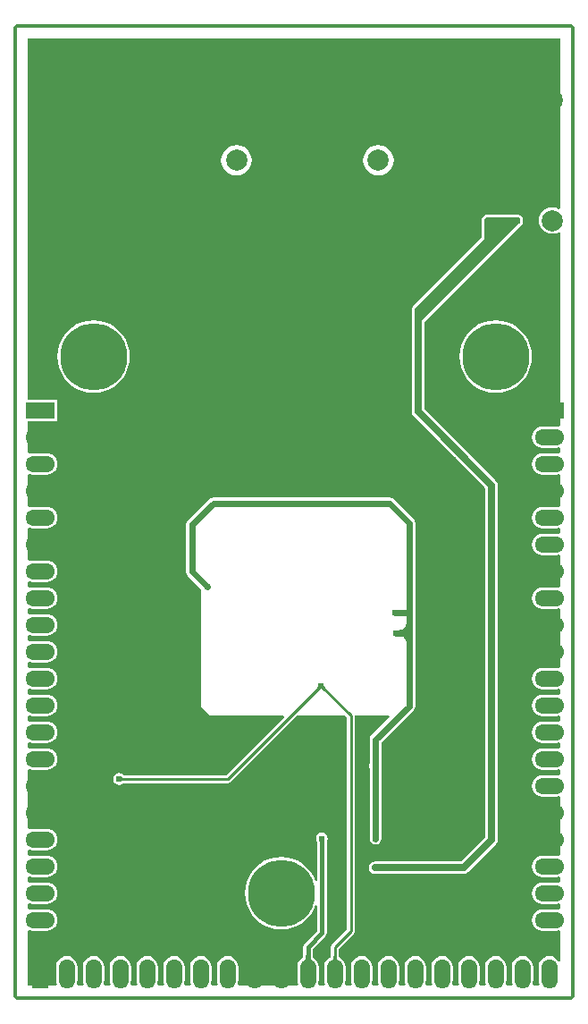
<source format=gbl>
G04*
G04 #@! TF.GenerationSoftware,Altium Limited,Altium Designer,18.1.7 (191)*
G04*
G04 Layer_Physical_Order=2*
G04 Layer_Color=16711680*
%FSLAX25Y25*%
%MOIN*%
G70*
G01*
G75*
%ADD16C,0.01000*%
%ADD21C,0.01200*%
%ADD52C,0.02400*%
%ADD53C,0.01600*%
%ADD55C,0.07874*%
%ADD56C,0.25000*%
%ADD57O,0.11000X0.06000*%
%ADD58R,0.11000X0.06000*%
%ADD59O,0.06000X0.11000*%
%ADD60R,0.06000X0.11000*%
%ADD61C,0.02400*%
%ADD62C,0.02600*%
G36*
X302529Y393774D02*
X302373Y393697D01*
X301929Y393534D01*
X300789Y394007D01*
X299500Y394177D01*
X298211Y394007D01*
X297010Y393509D01*
X295979Y392718D01*
X295187Y391687D01*
X294690Y390486D01*
X294520Y389197D01*
X294690Y387908D01*
X295187Y386707D01*
X295979Y385676D01*
X297010Y384884D01*
X298211Y384387D01*
X299500Y384217D01*
X300789Y384387D01*
X301929Y384859D01*
X302373Y384697D01*
X302529Y384620D01*
Y312729D01*
X301929Y312412D01*
X301000Y312534D01*
X296000D01*
X294956Y312397D01*
X293983Y311994D01*
X293147Y311353D01*
X292506Y310517D01*
X292103Y309544D01*
X291966Y308500D01*
X292103Y307456D01*
X292506Y306483D01*
X293147Y305647D01*
X293983Y305006D01*
X294956Y304603D01*
X296000Y304466D01*
X301000D01*
X301929Y304588D01*
X302529Y304271D01*
Y302729D01*
X301929Y302412D01*
X301000Y302535D01*
X296000D01*
X294956Y302397D01*
X293983Y301994D01*
X293147Y301353D01*
X292506Y300517D01*
X292103Y299544D01*
X291966Y298500D01*
X292103Y297456D01*
X292506Y296483D01*
X293147Y295647D01*
X293983Y295006D01*
X294956Y294603D01*
X296000Y294465D01*
X301000D01*
X301929Y294588D01*
X302529Y294271D01*
Y282729D01*
X301929Y282412D01*
X301000Y282535D01*
X296000D01*
X294956Y282397D01*
X293983Y281994D01*
X293147Y281353D01*
X292506Y280517D01*
X292103Y279544D01*
X291966Y278500D01*
X292103Y277456D01*
X292506Y276483D01*
X293147Y275647D01*
X293983Y275006D01*
X294956Y274603D01*
X296000Y274465D01*
X301000D01*
X301929Y274588D01*
X302529Y274271D01*
Y272729D01*
X301929Y272412D01*
X301000Y272534D01*
X296000D01*
X294956Y272397D01*
X293983Y271994D01*
X293147Y271353D01*
X292506Y270517D01*
X292103Y269544D01*
X291966Y268500D01*
X292103Y267456D01*
X292506Y266483D01*
X293147Y265647D01*
X293983Y265006D01*
X294956Y264603D01*
X296000Y264465D01*
X301000D01*
X301929Y264588D01*
X302529Y264271D01*
Y252729D01*
X301929Y252412D01*
X301000Y252535D01*
X296000D01*
X294956Y252397D01*
X293983Y251994D01*
X293147Y251353D01*
X292506Y250517D01*
X292103Y249544D01*
X291966Y248500D01*
X292103Y247456D01*
X292506Y246483D01*
X293147Y245647D01*
X293983Y245006D01*
X294956Y244603D01*
X296000Y244465D01*
X301000D01*
X301929Y244588D01*
X302529Y244271D01*
Y222729D01*
X301929Y222412D01*
X301000Y222534D01*
X296000D01*
X294956Y222397D01*
X293983Y221994D01*
X293147Y221353D01*
X292506Y220517D01*
X292103Y219544D01*
X291966Y218500D01*
X292103Y217456D01*
X292506Y216483D01*
X293147Y215647D01*
X293983Y215006D01*
X294956Y214603D01*
X296000Y214465D01*
X301000D01*
X301929Y214588D01*
X302529Y214271D01*
Y212729D01*
X301929Y212412D01*
X301000Y212534D01*
X296000D01*
X294956Y212397D01*
X293983Y211994D01*
X293147Y211353D01*
X292506Y210517D01*
X292103Y209544D01*
X291966Y208500D01*
X292103Y207456D01*
X292506Y206483D01*
X293147Y205647D01*
X293983Y205006D01*
X294956Y204603D01*
X296000Y204466D01*
X301000D01*
X301929Y204588D01*
X302529Y204271D01*
Y202729D01*
X301929Y202412D01*
X301000Y202535D01*
X296000D01*
X294956Y202397D01*
X293983Y201994D01*
X293147Y201353D01*
X292506Y200517D01*
X292103Y199544D01*
X291966Y198500D01*
X292103Y197456D01*
X292506Y196483D01*
X293147Y195647D01*
X293983Y195006D01*
X294956Y194603D01*
X296000Y194465D01*
X301000D01*
X301929Y194588D01*
X302529Y194271D01*
Y192729D01*
X301929Y192412D01*
X301000Y192534D01*
X296000D01*
X294956Y192397D01*
X293983Y191994D01*
X293147Y191353D01*
X292506Y190517D01*
X292103Y189544D01*
X291966Y188500D01*
X292103Y187456D01*
X292506Y186483D01*
X293147Y185647D01*
X293983Y185006D01*
X294956Y184603D01*
X296000Y184466D01*
X301000D01*
X301929Y184588D01*
X302529Y184271D01*
Y182729D01*
X301929Y182412D01*
X301000Y182535D01*
X296000D01*
X294956Y182397D01*
X293983Y181994D01*
X293147Y181353D01*
X292506Y180517D01*
X292103Y179544D01*
X291966Y178500D01*
X292103Y177456D01*
X292506Y176483D01*
X293147Y175647D01*
X293983Y175006D01*
X294956Y174603D01*
X296000Y174466D01*
X301000D01*
X301929Y174588D01*
X302529Y174271D01*
Y152729D01*
X301929Y152412D01*
X301000Y152534D01*
X296000D01*
X294956Y152397D01*
X293983Y151994D01*
X293147Y151353D01*
X292506Y150517D01*
X292103Y149544D01*
X291966Y148500D01*
X292103Y147456D01*
X292506Y146483D01*
X293147Y145647D01*
X293983Y145006D01*
X294956Y144603D01*
X296000Y144465D01*
X301000D01*
X301929Y144588D01*
X302529Y144271D01*
Y142729D01*
X301929Y142412D01*
X301000Y142534D01*
X296000D01*
X294956Y142397D01*
X293983Y141994D01*
X293147Y141353D01*
X292506Y140517D01*
X292103Y139544D01*
X291966Y138500D01*
X292103Y137456D01*
X292506Y136483D01*
X293147Y135647D01*
X293983Y135006D01*
X294956Y134603D01*
X296000Y134466D01*
X301000D01*
X301929Y134588D01*
X302529Y134271D01*
Y132729D01*
X301929Y132412D01*
X301000Y132535D01*
X296000D01*
X294956Y132397D01*
X293983Y131994D01*
X293147Y131353D01*
X292506Y130517D01*
X292103Y129544D01*
X291966Y128500D01*
X292103Y127456D01*
X292506Y126483D01*
X293147Y125647D01*
X293983Y125006D01*
X294956Y124603D01*
X296000Y124466D01*
X301000D01*
X301929Y124588D01*
X302529Y124271D01*
Y113266D01*
X302244Y113134D01*
X301929Y113102D01*
X301353Y113853D01*
X300517Y114494D01*
X299544Y114897D01*
X298500Y115034D01*
X297456Y114897D01*
X296483Y114494D01*
X295647Y113853D01*
X295006Y113017D01*
X294603Y112044D01*
X294465Y111000D01*
Y106000D01*
X294603Y104956D01*
X294762Y104571D01*
X294361Y103971D01*
X292638D01*
X292238Y104571D01*
X292397Y104956D01*
X292534Y106000D01*
Y111000D01*
X292397Y112044D01*
X291994Y113017D01*
X291353Y113853D01*
X290517Y114494D01*
X289544Y114897D01*
X288500Y115034D01*
X287456Y114897D01*
X286483Y114494D01*
X285647Y113853D01*
X285006Y113017D01*
X284603Y112044D01*
X284466Y111000D01*
Y106000D01*
X284603Y104956D01*
X284762Y104571D01*
X284362Y103971D01*
X282639D01*
X282238Y104571D01*
X282397Y104956D01*
X282535Y106000D01*
Y111000D01*
X282397Y112044D01*
X281994Y113017D01*
X281353Y113853D01*
X280517Y114494D01*
X279544Y114897D01*
X278500Y115034D01*
X277456Y114897D01*
X276483Y114494D01*
X275647Y113853D01*
X275006Y113017D01*
X274603Y112044D01*
X274465Y111000D01*
Y106000D01*
X274603Y104956D01*
X274762Y104571D01*
X274361Y103971D01*
X272639D01*
X272238Y104571D01*
X272397Y104956D01*
X272534Y106000D01*
Y111000D01*
X272397Y112044D01*
X271994Y113017D01*
X271353Y113853D01*
X270517Y114494D01*
X269544Y114897D01*
X268500Y115034D01*
X267456Y114897D01*
X266483Y114494D01*
X265647Y113853D01*
X265006Y113017D01*
X264603Y112044D01*
X264465Y111000D01*
Y106000D01*
X264603Y104956D01*
X264762Y104571D01*
X264362Y103971D01*
X262638D01*
X262238Y104571D01*
X262397Y104956D01*
X262534Y106000D01*
Y111000D01*
X262397Y112044D01*
X261994Y113017D01*
X261353Y113853D01*
X260517Y114494D01*
X259544Y114897D01*
X258500Y115034D01*
X257456Y114897D01*
X256483Y114494D01*
X255647Y113853D01*
X255006Y113017D01*
X254603Y112044D01*
X254466Y111000D01*
Y106000D01*
X254603Y104956D01*
X254762Y104571D01*
X254362Y103971D01*
X252639D01*
X252238Y104571D01*
X252397Y104956D01*
X252535Y106000D01*
Y111000D01*
X252397Y112044D01*
X251994Y113017D01*
X251353Y113853D01*
X250517Y114494D01*
X249544Y114897D01*
X248500Y115034D01*
X247456Y114897D01*
X246483Y114494D01*
X245647Y113853D01*
X245006Y113017D01*
X244603Y112044D01*
X244465Y111000D01*
Y106000D01*
X244603Y104956D01*
X244762Y104571D01*
X244361Y103971D01*
X242638D01*
X242238Y104571D01*
X242397Y104956D01*
X242534Y106000D01*
Y111000D01*
X242397Y112044D01*
X241994Y113017D01*
X241353Y113853D01*
X240517Y114494D01*
X239544Y114897D01*
X238500Y115034D01*
X237456Y114897D01*
X236483Y114494D01*
X235647Y113853D01*
X235006Y113017D01*
X234603Y112044D01*
X234466Y111000D01*
Y106000D01*
X234603Y104956D01*
X234762Y104571D01*
X234362Y103971D01*
X232639D01*
X232238Y104571D01*
X232397Y104956D01*
X232535Y106000D01*
Y111000D01*
X232397Y112044D01*
X231994Y113017D01*
X231353Y113853D01*
X230517Y114494D01*
X229544Y114897D01*
X228500Y115034D01*
X227456Y114897D01*
X226483Y114494D01*
X225647Y113853D01*
X225006Y113017D01*
X224603Y112044D01*
X224465Y111000D01*
Y106000D01*
X224603Y104956D01*
X224762Y104571D01*
X224361Y103971D01*
X222639D01*
X222238Y104571D01*
X222397Y104956D01*
X222534Y106000D01*
Y111000D01*
X222397Y112044D01*
X221994Y113017D01*
X221353Y113853D01*
X220517Y114494D01*
X220031Y114696D01*
X220029Y114711D01*
Y117867D01*
X225581Y123419D01*
X225913Y123915D01*
X226029Y124500D01*
Y204700D01*
X238679D01*
X238928Y204100D01*
X232071Y197244D01*
X231585Y196516D01*
X231414Y195658D01*
Y186718D01*
X231392Y186685D01*
X231222Y185827D01*
X231392Y184968D01*
X231414Y184935D01*
Y158843D01*
X231585Y157984D01*
X232071Y157256D01*
X232799Y156770D01*
X233658Y156599D01*
X234516Y156770D01*
X235244Y157256D01*
X235730Y157984D01*
X235901Y158843D01*
Y194728D01*
X247786Y206614D01*
X248272Y207342D01*
X248443Y208200D01*
Y235500D01*
Y243000D01*
Y260824D01*
X248529Y260953D01*
X248700Y261811D01*
X248529Y262669D01*
X248443Y262798D01*
Y276500D01*
X248272Y277358D01*
X247786Y278086D01*
X240486Y285386D01*
X239758Y285872D01*
X238900Y286043D01*
X173100D01*
X172242Y285872D01*
X171514Y285386D01*
X163614Y277486D01*
X163128Y276758D01*
X162957Y275900D01*
Y258300D01*
X163128Y257442D01*
X163614Y256714D01*
X168700Y251628D01*
X168700Y207800D01*
X171800Y204700D01*
X199253Y204700D01*
X199483Y204146D01*
X177866Y182529D01*
X139677D01*
X139656Y182533D01*
X139626Y182539D01*
X139615Y182543D01*
X139586Y182586D01*
X138858Y183072D01*
X138000Y183243D01*
X137142Y183072D01*
X136414Y182586D01*
X135928Y181858D01*
X135757Y181000D01*
X135928Y180142D01*
X136414Y179414D01*
X137142Y178928D01*
X138000Y178757D01*
X138858Y178928D01*
X139586Y179414D01*
X139615Y179457D01*
X139626Y179461D01*
X139656Y179467D01*
X139677Y179471D01*
X178500D01*
X179085Y179587D01*
X179581Y179919D01*
X204363Y204700D01*
X222385Y204700D01*
X222971Y204115D01*
Y125134D01*
X217419Y119581D01*
X217087Y119085D01*
X216971Y118500D01*
Y114711D01*
X216969Y114696D01*
X216483Y114494D01*
X215647Y113853D01*
X215006Y113017D01*
X214603Y112044D01*
X214465Y111000D01*
Y106000D01*
X214603Y104956D01*
X214762Y104571D01*
X214362Y103971D01*
X212638D01*
X212238Y104571D01*
X212397Y104956D01*
X212534Y106000D01*
Y111000D01*
X212397Y112044D01*
X211994Y113017D01*
X211353Y113853D01*
X210517Y114494D01*
X210402Y114542D01*
X210380Y114642D01*
X210335Y115083D01*
Y117740D01*
X214955Y122360D01*
X215353Y122955D01*
X215493Y123658D01*
Y157629D01*
X215730Y157984D01*
X215901Y158843D01*
X215730Y159701D01*
X215244Y160429D01*
X214516Y160915D01*
X213657Y161086D01*
X212799Y160915D01*
X212071Y160429D01*
X211585Y159701D01*
X211414Y158843D01*
X211585Y157984D01*
X211815Y157641D01*
X211822Y157498D01*
Y143182D01*
X211222Y143063D01*
X210566Y144648D01*
X209455Y146460D01*
X208075Y148075D01*
X206460Y149455D01*
X204648Y150566D01*
X202685Y151379D01*
X200618Y151875D01*
X198500Y152042D01*
X196382Y151875D01*
X194315Y151379D01*
X192352Y150566D01*
X190540Y149455D01*
X188925Y148075D01*
X187545Y146460D01*
X186434Y144648D01*
X185621Y142685D01*
X185125Y140618D01*
X184958Y138500D01*
X185125Y136382D01*
X185621Y134315D01*
X186434Y132352D01*
X187545Y130540D01*
X188925Y128925D01*
X190540Y127544D01*
X192352Y126434D01*
X194315Y125621D01*
X196382Y125125D01*
X198500Y124958D01*
X200618Y125125D01*
X202685Y125621D01*
X204648Y126434D01*
X206460Y127544D01*
X208075Y128925D01*
X209455Y130540D01*
X210566Y132352D01*
X211222Y133937D01*
X211822Y133818D01*
Y124418D01*
X207202Y119798D01*
X206804Y119202D01*
X206665Y118500D01*
Y115036D01*
X206653Y114880D01*
X206624Y114659D01*
X206598Y114542D01*
X206483Y114494D01*
X205647Y113853D01*
X205006Y113017D01*
X204603Y112044D01*
X204466Y111000D01*
Y106000D01*
X204603Y104956D01*
X204762Y104571D01*
X204361Y103971D01*
X182639D01*
X182238Y104571D01*
X182397Y104956D01*
X182535Y106000D01*
Y111000D01*
X182397Y112044D01*
X181994Y113017D01*
X181353Y113853D01*
X180517Y114494D01*
X179544Y114897D01*
X178500Y115034D01*
X177456Y114897D01*
X176483Y114494D01*
X175647Y113853D01*
X175006Y113017D01*
X174603Y112044D01*
X174466Y111000D01*
Y106000D01*
X174603Y104956D01*
X174762Y104571D01*
X174361Y103971D01*
X172639D01*
X172238Y104571D01*
X172397Y104956D01*
X172535Y106000D01*
Y111000D01*
X172397Y112044D01*
X171994Y113017D01*
X171353Y113853D01*
X170517Y114494D01*
X169544Y114897D01*
X168500Y115034D01*
X167456Y114897D01*
X166483Y114494D01*
X165647Y113853D01*
X165006Y113017D01*
X164603Y112044D01*
X164465Y111000D01*
Y106000D01*
X164603Y104956D01*
X164762Y104571D01*
X164361Y103971D01*
X162639D01*
X162238Y104571D01*
X162397Y104956D01*
X162534Y106000D01*
Y111000D01*
X162397Y112044D01*
X161994Y113017D01*
X161353Y113853D01*
X160517Y114494D01*
X159544Y114897D01*
X158500Y115034D01*
X157456Y114897D01*
X156483Y114494D01*
X155647Y113853D01*
X155006Y113017D01*
X154603Y112044D01*
X154465Y111000D01*
Y106000D01*
X154603Y104956D01*
X154762Y104571D01*
X154361Y103971D01*
X152639D01*
X152238Y104571D01*
X152397Y104956D01*
X152534Y106000D01*
Y111000D01*
X152397Y112044D01*
X151994Y113017D01*
X151353Y113853D01*
X150517Y114494D01*
X149544Y114897D01*
X148500Y115034D01*
X147456Y114897D01*
X146483Y114494D01*
X145647Y113853D01*
X145006Y113017D01*
X144603Y112044D01*
X144465Y111000D01*
Y106000D01*
X144603Y104956D01*
X144762Y104571D01*
X144361Y103971D01*
X142639D01*
X142238Y104571D01*
X142397Y104956D01*
X142534Y106000D01*
Y111000D01*
X142397Y112044D01*
X141994Y113017D01*
X141353Y113853D01*
X140517Y114494D01*
X139544Y114897D01*
X138500Y115034D01*
X137456Y114897D01*
X136483Y114494D01*
X135647Y113853D01*
X135006Y113017D01*
X134603Y112044D01*
X134466Y111000D01*
Y106000D01*
X134603Y104956D01*
X134762Y104571D01*
X134361Y103971D01*
X132639D01*
X132238Y104571D01*
X132397Y104956D01*
X132535Y106000D01*
Y111000D01*
X132397Y112044D01*
X131994Y113017D01*
X131353Y113853D01*
X130517Y114494D01*
X129544Y114897D01*
X128500Y115034D01*
X127456Y114897D01*
X126483Y114494D01*
X125647Y113853D01*
X125006Y113017D01*
X124603Y112044D01*
X124466Y111000D01*
Y106000D01*
X124603Y104956D01*
X124762Y104571D01*
X124361Y103971D01*
X122639D01*
X122238Y104571D01*
X122397Y104956D01*
X122535Y106000D01*
Y111000D01*
X122397Y112044D01*
X121994Y113017D01*
X121353Y113853D01*
X120517Y114494D01*
X119544Y114897D01*
X118500Y115034D01*
X117456Y114897D01*
X116483Y114494D01*
X115647Y113853D01*
X115006Y113017D01*
X114603Y112044D01*
X114465Y111000D01*
Y106000D01*
X114603Y104956D01*
X114762Y104571D01*
X114361Y103971D01*
X103971D01*
Y124361D01*
X104571Y124762D01*
X104956Y124603D01*
X106000Y124466D01*
X111000D01*
X112044Y124603D01*
X113017Y125006D01*
X113853Y125647D01*
X114494Y126483D01*
X114897Y127456D01*
X115034Y128500D01*
X114897Y129544D01*
X114494Y130517D01*
X113853Y131353D01*
X113017Y131994D01*
X112044Y132397D01*
X111000Y132535D01*
X106000D01*
X104956Y132397D01*
X104571Y132238D01*
X103971Y132639D01*
Y134361D01*
X104571Y134762D01*
X104956Y134603D01*
X106000Y134466D01*
X111000D01*
X112044Y134603D01*
X113017Y135006D01*
X113853Y135647D01*
X114494Y136483D01*
X114897Y137456D01*
X115034Y138500D01*
X114897Y139544D01*
X114494Y140517D01*
X113853Y141353D01*
X113017Y141994D01*
X112044Y142397D01*
X111000Y142534D01*
X106000D01*
X104956Y142397D01*
X104571Y142238D01*
X103971Y142639D01*
Y144361D01*
X104571Y144762D01*
X104956Y144603D01*
X106000Y144465D01*
X111000D01*
X112044Y144603D01*
X113017Y145006D01*
X113853Y145647D01*
X114494Y146483D01*
X114897Y147456D01*
X115034Y148500D01*
X114897Y149544D01*
X114494Y150517D01*
X113853Y151353D01*
X113017Y151994D01*
X112044Y152397D01*
X111000Y152534D01*
X106000D01*
X104956Y152397D01*
X104571Y152238D01*
X103971Y152639D01*
Y154361D01*
X104571Y154762D01*
X104956Y154603D01*
X106000Y154465D01*
X111000D01*
X112044Y154603D01*
X113017Y155006D01*
X113853Y155647D01*
X114494Y156483D01*
X114897Y157456D01*
X115034Y158500D01*
X114897Y159544D01*
X114494Y160517D01*
X113853Y161353D01*
X113017Y161994D01*
X112044Y162397D01*
X111000Y162534D01*
X106000D01*
X104956Y162397D01*
X104571Y162238D01*
X103971Y162639D01*
Y184361D01*
X104571Y184762D01*
X104956Y184603D01*
X106000Y184466D01*
X111000D01*
X112044Y184603D01*
X113017Y185006D01*
X113853Y185647D01*
X114494Y186483D01*
X114897Y187456D01*
X115034Y188500D01*
X114897Y189544D01*
X114494Y190517D01*
X113853Y191353D01*
X113017Y191994D01*
X112044Y192397D01*
X111000Y192534D01*
X106000D01*
X104956Y192397D01*
X104571Y192238D01*
X103971Y192639D01*
Y194361D01*
X104571Y194762D01*
X104956Y194603D01*
X106000Y194465D01*
X111000D01*
X112044Y194603D01*
X113017Y195006D01*
X113853Y195647D01*
X114494Y196483D01*
X114897Y197456D01*
X115034Y198500D01*
X114897Y199544D01*
X114494Y200517D01*
X113853Y201353D01*
X113017Y201994D01*
X112044Y202397D01*
X111000Y202535D01*
X106000D01*
X104956Y202397D01*
X104571Y202238D01*
X103971Y202639D01*
Y204361D01*
X104571Y204762D01*
X104956Y204603D01*
X106000Y204466D01*
X111000D01*
X112044Y204603D01*
X113017Y205006D01*
X113853Y205647D01*
X114494Y206483D01*
X114897Y207456D01*
X115034Y208500D01*
X114897Y209544D01*
X114494Y210517D01*
X113853Y211353D01*
X113017Y211994D01*
X112044Y212397D01*
X111000Y212534D01*
X106000D01*
X104956Y212397D01*
X104571Y212238D01*
X103971Y212638D01*
Y214362D01*
X104571Y214762D01*
X104956Y214603D01*
X106000Y214465D01*
X111000D01*
X112044Y214603D01*
X113017Y215006D01*
X113853Y215647D01*
X114494Y216483D01*
X114897Y217456D01*
X115034Y218500D01*
X114897Y219544D01*
X114494Y220517D01*
X113853Y221353D01*
X113017Y221994D01*
X112044Y222397D01*
X111000Y222534D01*
X106000D01*
X104956Y222397D01*
X104571Y222238D01*
X103971Y222639D01*
Y224361D01*
X104571Y224762D01*
X104956Y224603D01*
X106000Y224465D01*
X111000D01*
X112044Y224603D01*
X113017Y225006D01*
X113853Y225647D01*
X114494Y226483D01*
X114897Y227456D01*
X115034Y228500D01*
X114897Y229544D01*
X114494Y230517D01*
X113853Y231353D01*
X113017Y231994D01*
X112044Y232397D01*
X111000Y232535D01*
X106000D01*
X104956Y232397D01*
X104571Y232238D01*
X103971Y232639D01*
Y234362D01*
X104571Y234762D01*
X104956Y234603D01*
X106000Y234466D01*
X111000D01*
X112044Y234603D01*
X113017Y235006D01*
X113853Y235647D01*
X114494Y236483D01*
X114897Y237456D01*
X115034Y238500D01*
X114897Y239544D01*
X114494Y240517D01*
X113853Y241353D01*
X113017Y241994D01*
X112044Y242397D01*
X111000Y242534D01*
X106000D01*
X104956Y242397D01*
X104571Y242238D01*
X103971Y242638D01*
Y244361D01*
X104571Y244762D01*
X104956Y244603D01*
X106000Y244465D01*
X111000D01*
X112044Y244603D01*
X113017Y245006D01*
X113853Y245647D01*
X114494Y246483D01*
X114897Y247456D01*
X115034Y248500D01*
X114897Y249544D01*
X114494Y250517D01*
X113853Y251353D01*
X113017Y251994D01*
X112044Y252397D01*
X111000Y252535D01*
X106000D01*
X104956Y252397D01*
X104571Y252238D01*
X103971Y252639D01*
Y254362D01*
X104571Y254762D01*
X104956Y254603D01*
X106000Y254466D01*
X111000D01*
X112044Y254603D01*
X113017Y255006D01*
X113853Y255647D01*
X114494Y256483D01*
X114897Y257456D01*
X115034Y258500D01*
X114897Y259544D01*
X114494Y260517D01*
X113853Y261353D01*
X113017Y261994D01*
X112044Y262397D01*
X111000Y262534D01*
X106000D01*
X104956Y262397D01*
X104571Y262238D01*
X103971Y262638D01*
Y274361D01*
X104571Y274762D01*
X104956Y274603D01*
X106000Y274465D01*
X111000D01*
X112044Y274603D01*
X113017Y275006D01*
X113853Y275647D01*
X114494Y276483D01*
X114897Y277456D01*
X115034Y278500D01*
X114897Y279544D01*
X114494Y280517D01*
X113853Y281353D01*
X113017Y281994D01*
X112044Y282397D01*
X111000Y282535D01*
X106000D01*
X104956Y282397D01*
X104571Y282238D01*
X103971Y282639D01*
Y294361D01*
X104571Y294762D01*
X104956Y294603D01*
X106000Y294465D01*
X111000D01*
X112044Y294603D01*
X113017Y295006D01*
X113853Y295647D01*
X114494Y296483D01*
X114897Y297456D01*
X115034Y298500D01*
X114897Y299544D01*
X114494Y300517D01*
X113853Y301353D01*
X113017Y301994D01*
X112044Y302397D01*
X111000Y302535D01*
X106000D01*
X104956Y302397D01*
X104571Y302238D01*
X103971Y302639D01*
Y314500D01*
X115000D01*
Y322500D01*
X103971D01*
Y457029D01*
X302529D01*
Y393774D01*
D02*
G37*
G36*
X247400Y235500D02*
X245000Y231900D01*
X244976Y232356D01*
X244904Y232764D01*
X244784Y233124D01*
X244616Y233436D01*
X244400Y233700D01*
X244136Y233916D01*
X243824Y234084D01*
X243464Y234204D01*
X243056Y234276D01*
X242600Y234300D01*
Y236700D01*
X243056Y236724D01*
X243464Y236796D01*
X243824Y236916D01*
X244136Y237084D01*
X244400Y237300D01*
X244616Y237564D01*
X244784Y237876D01*
X244904Y238236D01*
X244976Y238644D01*
X245000Y239100D01*
X247400Y235500D01*
D02*
G37*
G36*
X214577Y215767D02*
X214590Y215673D01*
X214611Y215580D01*
X214641Y215487D01*
X214680Y215395D01*
X214728Y215304D01*
X214785Y215214D01*
X214850Y215124D01*
X214925Y215035D01*
X215008Y214947D01*
X214301Y214240D01*
X214213Y214323D01*
X214124Y214398D01*
X214034Y214463D01*
X213944Y214520D01*
X213853Y214568D01*
X213761Y214607D01*
X213668Y214637D01*
X213575Y214658D01*
X213481Y214671D01*
X213386Y214674D01*
X214574Y215862D01*
X214577Y215767D01*
D02*
G37*
G36*
X213362Y214674D02*
X213267Y214671D01*
X213173Y214658D01*
X213080Y214637D01*
X212987Y214607D01*
X212895Y214568D01*
X212804Y214520D01*
X212714Y214463D01*
X212624Y214398D01*
X212535Y214323D01*
X212447Y214240D01*
X211740Y214947D01*
X211823Y215035D01*
X211898Y215124D01*
X211963Y215214D01*
X212020Y215304D01*
X212068Y215395D01*
X212107Y215487D01*
X212137Y215580D01*
X212158Y215673D01*
X212171Y215767D01*
X212174Y215862D01*
X213362Y214674D01*
D02*
G37*
G36*
X138926Y181775D02*
X139002Y181718D01*
X139083Y181667D01*
X139170Y181622D01*
X139262Y181585D01*
X139360Y181554D01*
X139464Y181531D01*
X139574Y181514D01*
X139690Y181503D01*
X139811Y181500D01*
Y180500D01*
X139690Y180497D01*
X139574Y180486D01*
X139464Y180469D01*
X139360Y180446D01*
X139262Y180415D01*
X139170Y180378D01*
X139083Y180333D01*
X139002Y180282D01*
X138926Y180225D01*
X138857Y180160D01*
Y181840D01*
X138926Y181775D01*
D02*
G37*
G36*
X214490Y157971D02*
X214483Y157943D01*
X214477Y157901D01*
X214468Y157777D01*
X214458Y157365D01*
X214458Y157228D01*
X212858D01*
X212818Y157985D01*
X214497D01*
X214490Y157971D01*
D02*
G37*
G36*
X219005Y114735D02*
X219020Y114541D01*
X219045Y114369D01*
X219079Y114220D01*
X219124Y114094D01*
X219179Y113991D01*
X219243Y113911D01*
X219318Y113853D01*
X219402Y113819D01*
X219496Y113808D01*
X217503D01*
X217598Y113819D01*
X217682Y113853D01*
X217757Y113911D01*
X217821Y113991D01*
X217876Y114094D01*
X217921Y114220D01*
X217955Y114369D01*
X217980Y114541D01*
X217995Y114735D01*
X218000Y114953D01*
X219000D01*
X219005Y114735D01*
D02*
G37*
G36*
X209308Y115108D02*
X209371Y114481D01*
X209427Y114227D01*
X209499Y114012D01*
X209586Y113836D01*
X209689Y113698D01*
X209808Y113601D01*
X209943Y113542D01*
X210094Y113522D01*
X206906D01*
X207057Y113542D01*
X207192Y113601D01*
X207311Y113698D01*
X207414Y113836D01*
X207501Y114012D01*
X207573Y114227D01*
X207628Y114481D01*
X207668Y114775D01*
X207692Y115108D01*
X207700Y115480D01*
X209300D01*
X209308Y115108D01*
D02*
G37*
%LPC*%
G36*
X234697Y417313D02*
X233218Y417118D01*
X231840Y416547D01*
X230656Y415639D01*
X229748Y414456D01*
X229177Y413077D01*
X228983Y411598D01*
X229177Y410119D01*
X229748Y408741D01*
X230656Y407558D01*
X231840Y406650D01*
X233218Y406079D01*
X234697Y405884D01*
X236176Y406079D01*
X237554Y406650D01*
X238737Y407558D01*
X239646Y408741D01*
X240216Y410119D01*
X240411Y411598D01*
X240216Y413077D01*
X239646Y414456D01*
X238737Y415639D01*
X237554Y416547D01*
X236176Y417118D01*
X234697Y417313D01*
D02*
G37*
G36*
X181783D02*
X180305Y417118D01*
X178926Y416547D01*
X177743Y415639D01*
X176835Y414456D01*
X176264Y413077D01*
X176069Y411598D01*
X176264Y410119D01*
X176835Y408741D01*
X177743Y407558D01*
X178926Y406650D01*
X180305Y406079D01*
X181783Y405884D01*
X183262Y406079D01*
X184641Y406650D01*
X185824Y407558D01*
X186732Y408741D01*
X187303Y410119D01*
X187498Y411598D01*
X187303Y413077D01*
X186732Y414456D01*
X185824Y415639D01*
X184641Y416547D01*
X183262Y417118D01*
X181783Y417313D01*
D02*
G37*
G36*
X279167Y391542D02*
X278552Y391420D01*
X275602D01*
X275500Y391440D01*
X275398Y391420D01*
X275261D01*
X274871Y391342D01*
X274745Y391290D01*
X274642Y391269D01*
X274554Y391211D01*
X274430Y391159D01*
X274099Y390938D01*
X274005Y390844D01*
X273914Y390783D01*
X273853Y390692D01*
X273762Y390601D01*
X273541Y390270D01*
X273491Y390150D01*
X273428Y390055D01*
X273405Y389943D01*
X273358Y389829D01*
X273280Y389439D01*
Y389315D01*
X273257Y389197D01*
X273280Y389079D01*
Y382922D01*
X247479Y357121D01*
X247258Y356790D01*
X247180Y356400D01*
Y352628D01*
X247155Y352500D01*
Y318000D01*
X247333Y317103D01*
X247842Y316342D01*
X274655Y289529D01*
Y159471D01*
X265529Y150345D01*
X233500D01*
X232603Y150167D01*
X231842Y149658D01*
X231333Y148897D01*
X231155Y148000D01*
X231333Y147103D01*
X231842Y146342D01*
X232603Y145833D01*
X233500Y145655D01*
X266500D01*
X267397Y145833D01*
X268158Y146342D01*
X278658Y156842D01*
X279167Y157603D01*
X279345Y158500D01*
Y261886D01*
X279408Y262205D01*
X279345Y262523D01*
Y290500D01*
X279167Y291397D01*
X278658Y292158D01*
X251845Y318971D01*
Y351303D01*
X288121Y387579D01*
X288121Y387579D01*
X288121Y387579D01*
X288192Y387650D01*
X288248Y387734D01*
X288319Y387805D01*
X288431Y387973D01*
X288470Y388065D01*
X288525Y388149D01*
X288603Y388335D01*
X288622Y388434D01*
X288661Y388527D01*
X288700Y388724D01*
X288700Y388825D01*
X288720Y388923D01*
Y389079D01*
X288743Y389197D01*
X288720Y389315D01*
Y389519D01*
X288642Y389909D01*
X288474Y390313D01*
X288253Y390644D01*
X287944Y390953D01*
X287613Y391175D01*
X287613Y391175D01*
X287209Y391342D01*
X286819Y391420D01*
X286602D01*
X286500Y391440D01*
X286398Y391420D01*
X282936D01*
X282833Y391440D01*
X282731Y391420D01*
X279782D01*
X279167Y391542D01*
D02*
G37*
G36*
X278500Y352042D02*
X276382Y351875D01*
X274315Y351379D01*
X272352Y350566D01*
X270540Y349455D01*
X268924Y348076D01*
X267545Y346460D01*
X266434Y344648D01*
X265621Y342685D01*
X265125Y340618D01*
X264958Y338500D01*
X265125Y336382D01*
X265621Y334315D01*
X266434Y332352D01*
X267545Y330540D01*
X268924Y328924D01*
X270540Y327544D01*
X272352Y326434D01*
X274315Y325621D01*
X276382Y325125D01*
X278500Y324958D01*
X280618Y325125D01*
X282685Y325621D01*
X284648Y326434D01*
X286460Y327544D01*
X288075Y328924D01*
X289456Y330540D01*
X290566Y332352D01*
X291379Y334315D01*
X291875Y336382D01*
X292042Y338500D01*
X291875Y340618D01*
X291379Y342685D01*
X290566Y344648D01*
X289456Y346460D01*
X288075Y348076D01*
X286460Y349455D01*
X284648Y350566D01*
X282685Y351379D01*
X280618Y351875D01*
X278500Y352042D01*
D02*
G37*
G36*
X128500D02*
X126382Y351875D01*
X124315Y351379D01*
X122352Y350566D01*
X120540Y349455D01*
X118924Y348076D01*
X117544Y346460D01*
X116434Y344648D01*
X115621Y342685D01*
X115125Y340618D01*
X114958Y338500D01*
X115125Y336382D01*
X115621Y334315D01*
X116434Y332352D01*
X117544Y330540D01*
X118924Y328924D01*
X120540Y327544D01*
X122352Y326434D01*
X124315Y325621D01*
X126382Y325125D01*
X128500Y324958D01*
X130618Y325125D01*
X132685Y325621D01*
X134648Y326434D01*
X136460Y327544D01*
X138075Y328924D01*
X139455Y330540D01*
X140566Y332352D01*
X141379Y334315D01*
X141875Y336382D01*
X142042Y338500D01*
X141875Y340618D01*
X141379Y342685D01*
X140566Y344648D01*
X139455Y346460D01*
X138075Y348076D01*
X136460Y349455D01*
X134648Y350566D01*
X132685Y351379D01*
X130618Y351875D01*
X128500Y352042D01*
D02*
G37*
%LPD*%
G36*
X287223Y390232D02*
X287532Y389923D01*
X287700Y389519D01*
Y389300D01*
Y389024D01*
Y388923D01*
X287661Y388725D01*
X287583Y388539D01*
X287471Y388371D01*
X287400Y388300D01*
X250300Y351200D01*
X248200D01*
Y356400D01*
X274300Y382500D01*
Y389200D01*
Y389439D01*
X274483Y389880D01*
X274820Y390217D01*
X275261Y390400D01*
X286819D01*
X287223Y390232D01*
D02*
G37*
D16*
X213374Y215874D02*
X224500Y204748D01*
X138000Y181000D02*
X178500D01*
X213374Y215874D01*
X218500Y108500D02*
Y118500D01*
X224500Y124500D01*
Y204748D01*
D21*
X100000Y461600D02*
G03*
X99400Y461000I0J-600D01*
G01*
X100000Y461600D02*
G03*
X99400Y461000I0J-600D01*
G01*
X307100D02*
G03*
X306500Y461600I-600J0D01*
G01*
X307100Y461000D02*
G03*
X306500Y461600I-600J0D01*
G01*
Y99400D02*
G03*
X307100Y100000I0J600D01*
G01*
X306500Y99400D02*
G03*
X307100Y100000I0J600D01*
G01*
X99400D02*
G03*
X100000Y99400I600J0D01*
G01*
X99400Y100000D02*
G03*
X100000Y99400I600J0D01*
G01*
X307100Y100000D02*
Y461000D01*
X100000Y461600D02*
X306500D01*
X100000Y99400D02*
X306500D01*
X99400Y100000D02*
Y461000D01*
D52*
X246200Y243000D02*
Y276500D01*
X233658Y158843D02*
Y195658D01*
X246200Y235500D02*
Y243000D01*
X246125Y243075D02*
X246200Y243000D01*
X240925Y243075D02*
X246125D01*
X246200Y208200D02*
Y235500D01*
X241100D02*
X246200D01*
X238900Y283800D02*
X246200Y276500D01*
X233658Y195658D02*
X246200Y208200D01*
X173100Y283800D02*
X238900D01*
X165200Y275900D02*
X173100Y283800D01*
X165200Y258300D02*
Y275900D01*
Y258300D02*
X170756Y252744D01*
D53*
X213657Y123658D02*
Y158843D01*
X208500Y118500D02*
X213657Y123658D01*
X208500Y108500D02*
Y118500D01*
D55*
X181783Y411598D02*
D03*
X234697D02*
D03*
X299500Y389197D02*
D03*
Y434000D02*
D03*
D56*
X278500Y338500D02*
D03*
X128500D02*
D03*
X198500Y138500D02*
D03*
D57*
X298500Y128500D02*
D03*
Y138500D02*
D03*
Y148500D02*
D03*
Y158500D02*
D03*
Y168500D02*
D03*
Y178500D02*
D03*
Y188500D02*
D03*
Y198500D02*
D03*
Y208500D02*
D03*
Y218500D02*
D03*
Y228500D02*
D03*
Y238500D02*
D03*
Y248500D02*
D03*
Y258500D02*
D03*
Y268500D02*
D03*
Y278500D02*
D03*
Y288500D02*
D03*
Y298500D02*
D03*
Y308500D02*
D03*
X108500Y128500D02*
D03*
Y138500D02*
D03*
Y148500D02*
D03*
Y158500D02*
D03*
Y168500D02*
D03*
Y178500D02*
D03*
Y188500D02*
D03*
Y198500D02*
D03*
Y208500D02*
D03*
Y218500D02*
D03*
Y228500D02*
D03*
Y238500D02*
D03*
Y248500D02*
D03*
Y258500D02*
D03*
Y268500D02*
D03*
Y278500D02*
D03*
Y288500D02*
D03*
Y298500D02*
D03*
Y308500D02*
D03*
D58*
X298500Y318500D02*
D03*
X108500D02*
D03*
D59*
X298500Y108500D02*
D03*
X288500D02*
D03*
X278500D02*
D03*
X268500D02*
D03*
X258500D02*
D03*
X248500D02*
D03*
X238500D02*
D03*
X228500D02*
D03*
X218500D02*
D03*
X208500D02*
D03*
X198500D02*
D03*
X188500D02*
D03*
X178500D02*
D03*
X168500D02*
D03*
X158500D02*
D03*
X148500D02*
D03*
X138500D02*
D03*
X128500D02*
D03*
X118500D02*
D03*
D60*
X108500D02*
D03*
D61*
X277165Y262205D02*
D03*
X246457Y261811D02*
D03*
X233465Y185827D02*
D03*
X241100Y235500D02*
D03*
X275500Y389197D02*
D03*
X279167D02*
D03*
X282833D02*
D03*
X286500D02*
D03*
X213657Y158843D02*
D03*
X213374Y215874D02*
D03*
X233658Y158843D02*
D03*
X233500Y148000D02*
D03*
X138000Y181000D02*
D03*
X240925Y243075D02*
D03*
X170756Y252744D02*
D03*
X112500Y120000D02*
D03*
Y330000D02*
D03*
X105000Y345000D02*
D03*
X112500Y360000D02*
D03*
X105000Y375000D02*
D03*
X112500Y390000D02*
D03*
X105000Y405000D02*
D03*
X112500Y420000D02*
D03*
X105000Y435000D02*
D03*
X112500Y450000D02*
D03*
X127500Y120000D02*
D03*
X120000Y135000D02*
D03*
Y195000D02*
D03*
X127500Y210000D02*
D03*
X120000Y225000D02*
D03*
X127500Y240000D02*
D03*
Y270000D02*
D03*
X120000Y285000D02*
D03*
X127500Y300000D02*
D03*
X120000Y315000D02*
D03*
X127500Y360000D02*
D03*
X120000Y375000D02*
D03*
X127500Y390000D02*
D03*
X120000Y405000D02*
D03*
X127500Y420000D02*
D03*
X120000Y435000D02*
D03*
X127500Y450000D02*
D03*
X142500Y120000D02*
D03*
X135000Y135000D02*
D03*
X142500Y150000D02*
D03*
X135000Y165000D02*
D03*
Y195000D02*
D03*
X142500Y210000D02*
D03*
X135000Y225000D02*
D03*
X142500Y240000D02*
D03*
X135000Y255000D02*
D03*
X142500Y270000D02*
D03*
X135000Y285000D02*
D03*
X142500Y300000D02*
D03*
X135000Y315000D02*
D03*
X142500Y330000D02*
D03*
Y360000D02*
D03*
X135000Y375000D02*
D03*
Y405000D02*
D03*
X142500Y420000D02*
D03*
X135000Y435000D02*
D03*
X142500Y450000D02*
D03*
X157500Y120000D02*
D03*
Y150000D02*
D03*
X150000Y195000D02*
D03*
X157500Y210000D02*
D03*
X150000Y225000D02*
D03*
X157500Y240000D02*
D03*
X150000Y255000D02*
D03*
X157500Y270000D02*
D03*
X150000Y285000D02*
D03*
X157500Y300000D02*
D03*
X150000Y315000D02*
D03*
X157500Y330000D02*
D03*
X150000Y345000D02*
D03*
X157500Y360000D02*
D03*
X150000Y375000D02*
D03*
X157500Y390000D02*
D03*
Y420000D02*
D03*
X150000Y435000D02*
D03*
X157500Y450000D02*
D03*
X172500Y120000D02*
D03*
X165000Y135000D02*
D03*
Y165000D02*
D03*
Y195000D02*
D03*
Y225000D02*
D03*
Y285000D02*
D03*
X172500Y300000D02*
D03*
X165000Y315000D02*
D03*
X172500Y330000D02*
D03*
X165000Y345000D02*
D03*
X172500Y360000D02*
D03*
X165000Y375000D02*
D03*
X172500Y390000D02*
D03*
X165000Y405000D02*
D03*
X172500Y420000D02*
D03*
X165000Y435000D02*
D03*
X172500Y450000D02*
D03*
X187500Y120000D02*
D03*
X180000Y135000D02*
D03*
X187500Y150000D02*
D03*
X180000Y165000D02*
D03*
X187500Y180000D02*
D03*
Y300000D02*
D03*
X180000Y315000D02*
D03*
X187500Y330000D02*
D03*
X180000Y345000D02*
D03*
X187500Y360000D02*
D03*
X180000Y375000D02*
D03*
X187500Y390000D02*
D03*
X180000Y405000D02*
D03*
X187500Y420000D02*
D03*
X180000Y435000D02*
D03*
X187500Y450000D02*
D03*
X202500Y120000D02*
D03*
X195000Y165000D02*
D03*
X202500Y180000D02*
D03*
Y300000D02*
D03*
X195000Y315000D02*
D03*
X202500Y330000D02*
D03*
X195000Y345000D02*
D03*
X202500Y360000D02*
D03*
X195000Y375000D02*
D03*
X202500Y390000D02*
D03*
X195000Y405000D02*
D03*
X202500Y420000D02*
D03*
X195000Y435000D02*
D03*
X202500Y450000D02*
D03*
X217500Y180000D02*
D03*
Y300000D02*
D03*
X210000Y315000D02*
D03*
X217500Y330000D02*
D03*
X210000Y345000D02*
D03*
X217500Y360000D02*
D03*
X210000Y375000D02*
D03*
X217500Y390000D02*
D03*
X210000Y405000D02*
D03*
X217500Y420000D02*
D03*
X210000Y435000D02*
D03*
X217500Y450000D02*
D03*
X232500Y300000D02*
D03*
X225000Y315000D02*
D03*
X232500Y330000D02*
D03*
X225000Y345000D02*
D03*
X232500Y360000D02*
D03*
X225000Y375000D02*
D03*
X232500Y390000D02*
D03*
X225000Y405000D02*
D03*
X232500Y420000D02*
D03*
X225000Y435000D02*
D03*
X232500Y450000D02*
D03*
X247500Y120000D02*
D03*
X240000Y165000D02*
D03*
X247500Y180000D02*
D03*
X240000Y195000D02*
D03*
X247500Y300000D02*
D03*
X240000Y315000D02*
D03*
Y345000D02*
D03*
X247500Y360000D02*
D03*
X240000Y375000D02*
D03*
X247500Y390000D02*
D03*
X240000Y405000D02*
D03*
X247500Y420000D02*
D03*
X240000Y435000D02*
D03*
X247500Y450000D02*
D03*
X262500Y120000D02*
D03*
X255000Y135000D02*
D03*
Y165000D02*
D03*
Y195000D02*
D03*
Y225000D02*
D03*
X262500Y240000D02*
D03*
X255000Y255000D02*
D03*
X262500Y270000D02*
D03*
X255000Y285000D02*
D03*
X262500Y300000D02*
D03*
Y330000D02*
D03*
X255000Y345000D02*
D03*
X262500Y360000D02*
D03*
X255000Y375000D02*
D03*
X262500Y420000D02*
D03*
X255000Y435000D02*
D03*
X262500Y450000D02*
D03*
X277500Y120000D02*
D03*
X270000Y135000D02*
D03*
X277500Y150000D02*
D03*
X270000Y165000D02*
D03*
Y195000D02*
D03*
Y225000D02*
D03*
Y255000D02*
D03*
Y285000D02*
D03*
X277500Y300000D02*
D03*
X270000Y315000D02*
D03*
X277500Y360000D02*
D03*
Y420000D02*
D03*
X270000Y435000D02*
D03*
X277500Y450000D02*
D03*
X292500Y120000D02*
D03*
X285000Y135000D02*
D03*
Y165000D02*
D03*
Y195000D02*
D03*
Y225000D02*
D03*
Y255000D02*
D03*
Y285000D02*
D03*
Y315000D02*
D03*
X292500Y330000D02*
D03*
Y360000D02*
D03*
X285000Y375000D02*
D03*
X292500Y420000D02*
D03*
X285000Y435000D02*
D03*
X292500Y450000D02*
D03*
D62*
X277000Y158500D02*
Y290500D01*
X279167Y382167D02*
Y389197D01*
X249500Y352500D02*
X279167Y382167D01*
X249500Y318000D02*
Y352500D01*
Y318000D02*
X277000Y290500D01*
X266500Y148000D02*
X277000Y158500D01*
X233500Y148000D02*
X266500D01*
M02*

</source>
